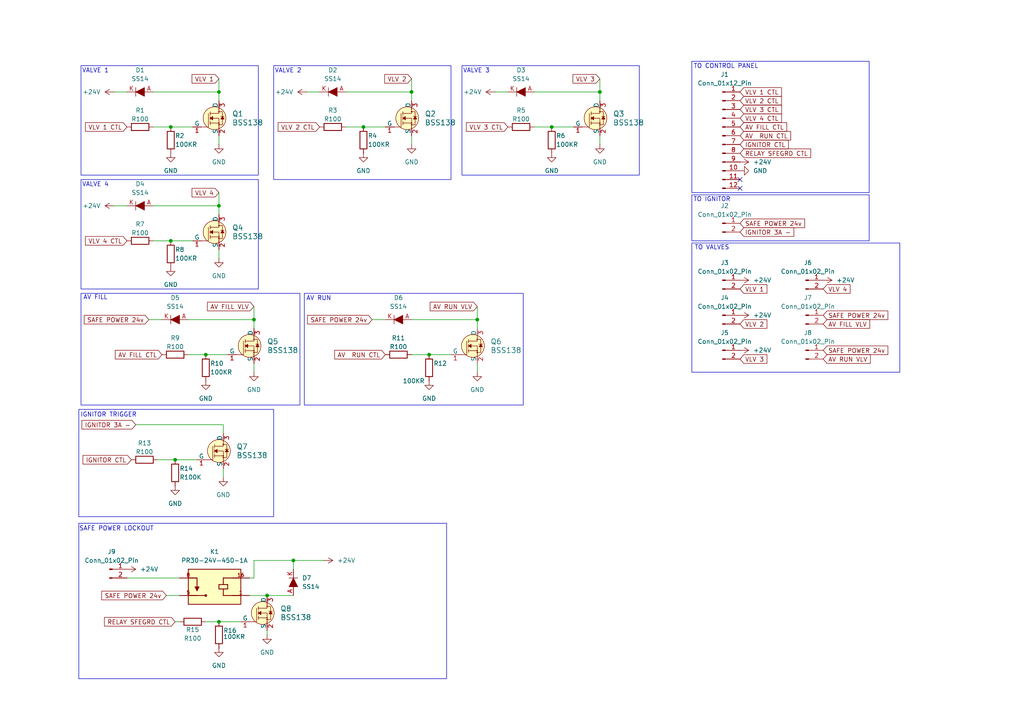
<source format=kicad_sch>
(kicad_sch (version 20250114) (generator "eeschema") (generator_version "9.0")
  (paper "A4")
  (lib_symbols
    (symbol "Connector:Conn_01x02_Pin" (pin_names (offset 1.016) (hide yes))
      (property "Reference" "J" (at 0 2.54 0))
      (property "Value" "Conn_01x02_Pin" (at 0 -5.08 0))
      (symbol "Conn_01x02_Pin_1_1"
        (rectangle (start 0.8636 0.127) (end 0 -0.127) (stroke (width 0.1524)) (fill (type outline)))
        (rectangle (start 0.8636 -2.413) (end 0 -2.667) (stroke (width 0.1524)) (fill (type outline)))
        (polyline (pts (xy 1.27 0) (xy 0.8636 0)) (stroke (width 0.1524)))
        (polyline (pts (xy 1.27 -2.54) (xy 0.8636 -2.54)) (stroke (width 0.1524)))
        (pin passive line (at 5.08 0 180) (length 3.81) (name "Pin_1") (number "1"))
        (pin passive line (at 5.08 -2.54 180) (length 3.81) (name "Pin_2") (number "2"))
      )
    )
    (symbol "Connector:Conn_01x12_Pin" (pin_names (offset 1.016) (hide yes))
      (property "Reference" "J" (at 0 15.24 0))
      (property "Value" "Conn_01x12_Pin" (at 0 -17.78 0))
      (symbol "Conn_01x12_Pin_1_1"
        (rectangle (start 0.8636 12.827) (end 0 12.573) (stroke (width 0.1524)) (fill (type outline)))
        (rectangle (start 0.8636 10.287) (end 0 10.033) (stroke (width 0.1524)) (fill (type outline)))
        (rectangle (start 0.8636 7.747) (end 0 7.493) (stroke (width 0.1524)) (fill (type outline)))
        (rectangle (start 0.8636 5.207) (end 0 4.953) (stroke (width 0.1524)) (fill (type outline)))
        (rectangle (start 0.8636 2.667) (end 0 2.413) (stroke (width 0.1524)) (fill (type outline)))
        (rectangle (start 0.8636 0.127) (end 0 -0.127) (stroke (width 0.1524)) (fill (type outline)))
        (rectangle (start 0.8636 -2.413) (end 0 -2.667) (stroke (width 0.1524)) (fill (type outline)))
        (rectangle (start 0.8636 -4.953) (end 0 -5.207) (stroke (width 0.1524)) (fill (type outline)))
        (rectangle (start 0.8636 -7.493) (end 0 -7.747) (stroke (width 0.1524)) (fill (type outline)))
        (rectangle (start 0.8636 -10.033) (end 0 -10.287) (stroke (width 0.1524)) (fill (type outline)))
        (rectangle (start 0.8636 -12.573) (end 0 -12.827) (stroke (width 0.1524)) (fill (type outline)))
        (rectangle (start 0.8636 -15.113) (end 0 -15.367) (stroke (width 0.1524)) (fill (type outline)))
        (polyline (pts (xy 1.27 12.7) (xy 0.8636 12.7)) (stroke (width 0.1524)))
        (polyline (pts (xy 1.27 10.16) (xy 0.8636 10.16)) (stroke (width 0.1524)))
        (polyline (pts (xy 1.27 7.62) (xy 0.8636 7.62)) (stroke (width 0.1524)))
        (polyline (pts (xy 1.27 5.08) (xy 0.8636 5.08)) (stroke (width 0.1524)))
        (polyline (pts (xy 1.27 2.54) (xy 0.8636 2.54)) (stroke (width 0.1524)))
        (polyline (pts (xy 1.27 0) (xy 0.8636 0)) (stroke (width 0.1524)))
        (polyline (pts (xy 1.27 -2.54) (xy 0.8636 -2.54)) (stroke (width 0.1524)))
        (polyline (pts (xy 1.27 -5.08) (xy 0.8636 -5.08)) (stroke (width 0.1524)))
        (polyline (pts (xy 1.27 -7.62) (xy 0.8636 -7.62)) (stroke (width 0.1524)))
        (polyline (pts (xy 1.27 -10.16) (xy 0.8636 -10.16)) (stroke (width 0.1524)))
        (polyline (pts (xy 1.27 -12.7) (xy 0.8636 -12.7)) (stroke (width 0.1524)))
        (polyline (pts (xy 1.27 -15.24) (xy 0.8636 -15.24)) (stroke (width 0.1524)))
        (pin passive line (at 5.08 12.7 180) (length 3.81) (name "Pin_1") (number "1"))
        (pin passive line (at 5.08 10.16 180) (length 3.81) (name "Pin_2") (number "2"))
        (pin passive line (at 5.08 7.62 180) (length 3.81) (name "Pin_3") (number "3"))
        (pin passive line (at 5.08 5.08 180) (length 3.81) (name "Pin_4") (number "4"))
        (pin passive line (at 5.08 2.54 180) (length 3.81) (name "Pin_5") (number "5"))
        (pin passive line (at 5.08 0 180) (length 3.81) (name "Pin_6") (number "6"))
        (pin passive line (at 5.08 -2.54 180) (length 3.81) (name "Pin_7") (number "7"))
        (pin passive line (at 5.08 -5.08 180) (length 3.81) (name "Pin_8") (number "8"))
        (pin passive line (at 5.08 -7.62 180) (length 3.81) (name "Pin_9") (number "9"))
        (pin passive line (at 5.08 -10.16 180) (length 3.81) (name "Pin_10") (number "10"))
        (pin passive line (at 5.08 -12.7 180) (length 3.81) (name "Pin_11") (number "11"))
        (pin passive line (at 5.08 -15.24 180) (length 3.81) (name "Pin_12") (number "12"))
      )
    )
    (symbol "Device:R" (pin_numbers (hide yes)) (pin_names (offset 0))
      (property "Reference" "R" (at 2.032 0 90))
      (property "Value" "R" (at 0 0 90))
      (symbol "R_0_1"
        (rectangle (start -1.016 -2.54) (end 1.016 2.54) (stroke (width 0.254)))
      )
      (symbol "R_1_1"
        (pin passive line (at 0 3.81 270) (length 1.27) (name "~") (number "1"))
        (pin passive line (at 0 -3.81 90) (length 1.27) (name "~") (number "2"))
      )
    )
    (symbol "PR30-24V-450-1A:PR30-24V-450-1A" (pin_names (offset 1.016))
      (property "Reference" "K" (at -7.62 6.35 0))
      (property "Value" "PR30-24V-450-1A" (at -7.62 -7.62 0))
      (symbol "PR30-24V-450-1A_0_0"
        (polyline (pts (xy -7.62 2.54) (xy -2.54 2.54)) (stroke (width 0.254)))
        (polyline (pts (xy -7.62 -2.54) (xy -2.54 -2.54)) (stroke (width 0.254)))
        (rectangle (start -7.62 -5.08) (end 7.62 5.08) (stroke (width 0.254)) (fill (type background)))
        (polyline (pts (xy -3.81 0.635) (xy -2.54 0.635)) (stroke (width 0.254)))
        (polyline (pts (xy -3.81 -0.635) (xy -3.81 0.635)) (stroke (width 0.254)))
        (polyline (pts (xy -2.54 2.54) (xy -2.54 0.635)) (stroke (width 0.254)))
        (polyline (pts (xy -2.54 0.635) (xy -1.27 0.635)) (stroke (width 0.254)))
        (polyline (pts (xy -2.54 -0.635) (xy -3.81 -0.635)) (stroke (width 0.254)))
        (polyline (pts (xy -2.54 -0.635) (xy -2.54 -2.54)) (stroke (width 0.254)))
        (polyline (pts (xy -1.27 0.635) (xy -1.27 -0.635)) (stroke (width 0.254)))
        (polyline (pts (xy -1.27 -0.635) (xy -2.54 -0.635)) (stroke (width 0.254)))
        (circle (center 2.54 2.54) (radius 0.254) (stroke (width 0.254)))
        (polyline (pts (xy 4.445 0) (xy 5.715 0) (xy 5.08 1.27) (xy 4.445 0)) (stroke (width 0.1524)) (fill (type outline)))
        (polyline (pts (xy 5.08 -2.54) (xy 5.08 0)) (stroke (width 0.254)))
        (polyline (pts (xy 7.62 2.54) (xy 2.54 2.54)) (stroke (width 0.254)))
        (polyline (pts (xy 7.62 -2.54) (xy 5.08 -2.54)) (stroke (width 0.254)))
        (pin passive line (at -10.16 2.54 0) (length 5.08) (name "~") (number "1"))
        (pin passive line (at -10.16 -2.54 0) (length 5.08) (name "~") (number "16"))
        (pin passive line (at 10.16 2.54 180) (length 5.08) (name "~") (number "5"))
        (pin passive line (at 10.16 -2.54 180) (length 5.08) (name "~") (number "8"))
      )
    )
    (symbol "dk_Diodes-Rectifiers-Single:SS14" (pin_names (offset 1.016))
      (property "Reference" "D" (at 1.27 2.54 0))
      (property "Value" "SS14" (at 1.27 -2.54 0))
      (symbol "SS14_0_1"
        (polyline (pts (xy 0 1.27) (xy 0 -1.27)))
        (polyline (pts (xy 0 0) (xy 2.54 0)))
        (polyline (pts (xy 2.54 1.27) (xy 2.54 -1.27) (xy 0 0) (xy 2.54 1.27)) (fill (type outline)))
      )
      (symbol "SS14_1_1"
        (pin passive line (at -2.54 0 0) (length 2.54) (name "~") (number "K"))
        (pin passive line (at 5.08 0 180) (length 2.54) (name "~") (number "A"))
      )
    )
    (symbol "dk_Transistors-FETs-MOSFETs-Single:BSS138" (pin_names (offset 0))
      (property "Reference" "Q" (at -2.6924 3.6322 0))
      (property "Value" "BSS138" (at 3.4544 0 90))
      (symbol "BSS138_0_1"
        (polyline (pts (xy -5.08 -2.54) (xy -3.048 -2.54) (xy -3.048 1.397)))
        (circle (center -1.27 0) (radius 3.302) (fill (type background)))
        (polyline (pts (xy -0.127 -1.905) (xy 1.016 -1.905) (xy 1.016 1.397) (xy 1.016 1.905) (xy -0.127 1.905)))
        (polyline (pts (xy 0 2.54) (xy 0 1.397) (xy -2.54 1.397)))
        (circle (center 0 1.905) (radius 0.127))
        (polyline (pts (xy 0 -1.397) (xy -2.54 -1.397)))
        (circle (center 0 -1.397) (radius 0.127))
        (circle (center 0 -1.905) (radius 0.127))
        (polyline (pts (xy 0 -2.54) (xy 0 0) (xy -2.54 0)))
      )
      (symbol "BSS138_1_1"
        (polyline (pts (xy -2.54 1.905) (xy -2.54 0.889)))
        (polyline (pts (xy -2.54 0) (xy -2.54 0.508)))
        (polyline (pts (xy -2.54 0) (xy -2.54 -0.508)))
        (polyline (pts (xy -2.54 0) (xy -1.778 0.508) (xy -1.778 -0.508) (xy -2.54 0)) (fill (type outline)))
        (polyline (pts (xy -2.54 -1.397) (xy -2.54 -0.889)))
        (polyline (pts (xy -2.54 -1.397) (xy -2.54 -1.905)))
        (polyline (pts (xy 1.016 0.508) (xy 0.508 -0.254) (xy 1.524 -0.254) (xy 1.016 0.508)) (fill (type outline)))
        (polyline (pts (xy 1.524 0.508) (xy 0.508 0.508)))
        (pin bidirectional line (at -7.62 -2.54 0) (length 2.54) (name "G") (number "1"))
        (pin bidirectional line (at 0 5.08 270) (length 2.54) (name "D") (number "3"))
        (pin bidirectional line (at 0 -5.08 90) (length 2.54) (name "S") (number "2"))
      )
    )
    (symbol "power:+24V" (power) (pin_numbers (hide yes)) (pin_names (offset 0) (hide yes))
      (property "Value" "+24V" (at 0 3.556 0))
      (symbol "+24V_0_1"
        (polyline (pts (xy -0.762 1.27) (xy 0 2.54)))
        (polyline (pts (xy 0 2.54) (xy 0.762 1.27)))
        (polyline (pts (xy 0 0) (xy 0 2.54)))
      )
      (symbol "+24V_1_1"
        (pin power_in line (at 0 0 90) (length 0) (name "~") (number "1"))
      )
    )
    (symbol "power:GND" (power) (pin_numbers (hide yes)) (pin_names (offset 0) (hide yes))
      (property "Value" "GND" (at 0 -3.81 0))
      (symbol "GND_0_1"
        (polyline (pts (xy 0 0) (xy 0 -1.27) (xy 1.27 -1.27) (xy 0 -2.54) (xy -1.27 -1.27) (xy 0 -1.27)))
      )
      (symbol "GND_1_1"
        (pin power_in line (at 0 0 270) (length 0) (name "~") (number "1"))
      )
    )
  )
  (rectangle (start 79.375 19.05) (end 130.81 52.07))
  (rectangle (start 22.86 118.745) (end 79.375 149.86))
  (rectangle (start 22.86 151.765) (end 129.54 196.85))
  (rectangle (start 88.265 85.09) (end 151.765 117.475))
  (rectangle (start 23.495 19.05) (end 74.93 50.8))
  (rectangle (start 23.495 85.09) (end 86.995 117.475))
  (rectangle (start 133.985 19.05) (end 185.42 50.8))
  (rectangle (start 200.66 17.78) (end 252.095 55.88))
  (rectangle (start 23.495 52.07) (end 74.93 83.82))
  (rectangle (start 200.66 56.515) (end 252.095 69.85))
  (rectangle (start 200.66 70.485) (end 260.985 107.95))
  (text "AV RUN" (at 92.456 86.614 0) (effects (font (size 1.27 1.27))))
  (text "VALVE 2\n" (at 83.566 20.574 0) (effects (font (size 1.27 1.27))))
  (text "TO VALVES" (at 206.502 71.882 0) (effects (font (size 1.27 1.27))))
  (text "VALVE 3\n" (at 138.176 20.574 0) (effects (font (size 1.27 1.27))))
  (text "SAFE POWER LOCKOUT\n" (at 33.782 153.416 0) (effects (font (size 1.27 1.27))))
  (text "IGNITOR TRIGGER" (at 31.496 120.396 0) (effects (font (size 1.27 1.27))))
  (text "AV FILL\n" (at 27.686 86.36 0) (effects (font (size 1.27 1.27))))
  (text "VALVE 1\n" (at 27.686 20.574 0) (effects (font (size 1.27 1.27))))
  (text "TO CONTROL PANEL\n" (at 210.566 19.304 0) (effects (font (size 1.27 1.27))))
  (text "VALVE 4\n" (at 27.686 53.594 0) (effects (font (size 1.27 1.27))))
  (text "TO IGNITOR\n" (at 206.502 57.912 0) (effects (font (size 1.27 1.27))))
  (junction (at 63.5 26.67))
  (junction (at 50.8 133.35))
  (junction (at 59.69 102.87))
  (junction (at 63.5 59.69))
  (junction (at 124.46 102.87))
  (junction (at 49.53 69.85))
  (junction (at 49.53 36.83))
  (junction (at 138.43 92.71))
  (junction (at 73.66 92.71))
  (junction (at 173.99 26.67))
  (junction (at 85.09 162.56))
  (junction (at 63.5 180.34))
  (junction (at 119.38 26.67))
  (junction (at 77.47 172.72))
  (junction (at 105.41 36.83))
  (junction (at 160.02 36.83))
  (no_connect (at 214.63 54.61))
  (no_connect (at 214.63 52.07))
  (wire (pts (xy 44.45 59.69) (xy 63.5 59.69)))
  (wire (pts (xy 73.66 92.71) (xy 73.66 95.25)))
  (wire (pts (xy 138.43 88.9) (xy 138.43 92.71)))
  (wire (pts (xy 39.37 123.19) (xy 64.77 123.19)))
  (wire (pts (xy 88.9 26.67) (xy 92.71 26.67)))
  (wire (pts (xy 49.53 69.85) (xy 55.88 69.85)))
  (wire (pts (xy 43.18 92.71) (xy 46.99 92.71)))
  (wire (pts (xy 173.99 22.86) (xy 173.99 26.67)))
  (wire (pts (xy 107.95 92.71) (xy 111.76 92.71)))
  (wire (pts (xy 93.98 162.56) (xy 85.09 162.56)))
  (wire (pts (xy 64.77 135.89) (xy 64.77 138.43)))
  (wire (pts (xy 160.02 36.83) (xy 166.37 36.83)))
  (wire (pts (xy 154.94 36.83) (xy 160.02 36.83)))
  (wire (pts (xy 63.5 26.67) (xy 63.5 29.21)))
  (wire (pts (xy 44.45 69.85) (xy 49.53 69.85)))
  (wire (pts (xy 173.99 26.67) (xy 173.99 29.21)))
  (wire (pts (xy 119.38 26.67) (xy 119.38 29.21)))
  (wire (pts (xy 63.5 39.37) (xy 63.5 41.91)))
  (wire (pts (xy 54.61 92.71) (xy 73.66 92.71)))
  (wire (pts (xy 124.46 102.87) (xy 130.81 102.87)))
  (wire (pts (xy 100.33 26.67) (xy 119.38 26.67)))
  (wire (pts (xy 154.94 26.67) (xy 173.99 26.67)))
  (wire (pts (xy 77.47 182.88) (xy 77.47 184.15)))
  (wire (pts (xy 138.43 105.41) (xy 138.43 107.95)))
  (wire (pts (xy 36.83 167.64) (xy 52.07 167.64)))
  (wire (pts (xy 44.45 36.83) (xy 49.53 36.83)))
  (wire (pts (xy 119.38 102.87) (xy 124.46 102.87)))
  (wire (pts (xy 33.02 26.67) (xy 36.83 26.67)))
  (wire (pts (xy 48.26 172.72) (xy 52.07 172.72)))
  (wire (pts (xy 138.43 92.71) (xy 138.43 95.25)))
  (wire (pts (xy 119.38 22.86) (xy 119.38 26.67)))
  (wire (pts (xy 50.8 133.35) (xy 57.15 133.35)))
  (wire (pts (xy 54.61 102.87) (xy 59.69 102.87)))
  (wire (pts (xy 73.66 88.9) (xy 73.66 92.71)))
  (wire (pts (xy 77.47 172.72) (xy 85.09 172.72)))
  (wire (pts (xy 44.45 26.67) (xy 63.5 26.67)))
  (wire (pts (xy 72.39 172.72) (xy 77.47 172.72)))
  (wire (pts (xy 143.51 26.67) (xy 147.32 26.67)))
  (wire (pts (xy 63.5 180.34) (xy 69.85 180.34)))
  (wire (pts (xy 45.72 133.35) (xy 50.8 133.35)))
  (wire (pts (xy 52.07 180.34) (xy 50.8 180.34)))
  (wire (pts (xy 59.69 102.87) (xy 66.04 102.87)))
  (wire (pts (xy 173.99 39.37) (xy 173.99 41.91)))
  (wire (pts (xy 33.02 59.69) (xy 36.83 59.69)))
  (wire (pts (xy 85.09 162.56) (xy 85.09 165.1)))
  (wire (pts (xy 64.77 123.19) (xy 64.77 125.73)))
  (wire (pts (xy 119.38 92.71) (xy 138.43 92.71)))
  (wire (pts (xy 100.33 36.83) (xy 105.41 36.83)))
  (wire (pts (xy 49.53 36.83) (xy 55.88 36.83)))
  (wire (pts (xy 73.66 105.41) (xy 73.66 107.95)))
  (wire (pts (xy 85.09 162.56) (xy 73.66 162.56)))
  (wire (pts (xy 119.38 39.37) (xy 119.38 41.91)))
  (wire (pts (xy 73.66 167.64) (xy 72.39 167.64)))
  (wire (pts (xy 105.41 36.83) (xy 111.76 36.83)))
  (wire (pts (xy 63.5 59.69) (xy 63.5 62.23)))
  (wire (pts (xy 63.5 22.86) (xy 63.5 26.67)))
  (wire (pts (xy 59.69 180.34) (xy 63.5 180.34)))
  (wire (pts (xy 63.5 55.88) (xy 63.5 59.69)))
  (wire (pts (xy 73.66 162.56) (xy 73.66 167.64)))
  (wire (pts (xy 63.5 72.39) (xy 63.5 74.93)))
  (global_label "VLV 2" (shape input) (at 119.38 22.86 180) (property "Intersheetrefs" "${INTERSHEET_REFS}" (effects (hide yes))))
  (global_label "VLV 4" (shape input) (at 238.76 83.82 0) (property "Intersheetrefs" "${INTERSHEET_REFS}" (effects (hide yes))))
  (global_label "SAFE POWER 24v" (shape input) (at 107.95 92.71 180) (property "Intersheetrefs" "${INTERSHEET_REFS}" (effects (hide yes))))
  (global_label "VLV 3" (shape input) (at 173.99 22.86 180) (property "Intersheetrefs" "${INTERSHEET_REFS}" (effects (hide yes))))
  (global_label "AV RUN VLV" (shape input) (at 238.76 104.14 0) (property "Intersheetrefs" "${INTERSHEET_REFS}" (effects (hide yes))))
  (global_label "VLV 2 CTL" (shape input) (at 214.63 29.21 0) (property "Intersheetrefs" "${INTERSHEET_REFS}" (effects (hide yes))))
  (global_label "AV  RUN CTL" (shape input) (at 214.63 39.37 0) (property "Intersheetrefs" "${INTERSHEET_REFS}" (effects (hide yes))))
  (global_label "AV RUN VLV" (shape input) (at 138.43 88.9 180) (property "Intersheetrefs" "${INTERSHEET_REFS}" (effects (hide yes))))
  (global_label "VLV 3" (shape input) (at 214.63 104.14 0) (property "Intersheetrefs" "${INTERSHEET_REFS}" (effects (hide yes))))
  (global_label "VLV 4 CTL" (shape input) (at 36.83 69.85 180) (property "Intersheetrefs" "${INTERSHEET_REFS}" (effects (hide yes))))
  (global_label "IGNITOR CTL" (shape input) (at 38.1 133.35 180) (property "Intersheetrefs" "${INTERSHEET_REFS}" (effects (hide yes))))
  (global_label "RELAY SFEGRD CTL" (shape input) (at 50.8 180.34 180) (property "Intersheetrefs" "${INTERSHEET_REFS}" (effects (hide yes))))
  (global_label "SAFE POWER 24v" (shape input) (at 48.26 172.72 180) (property "Intersheetrefs" "${INTERSHEET_REFS}" (effects (hide yes))))
  (global_label "VLV 4 CTL" (shape input) (at 214.63 34.29 0) (property "Intersheetrefs" "${INTERSHEET_REFS}" (effects (hide yes))))
  (global_label "IGNITOR 3A -" (shape input) (at 39.37 123.19 180) (property "Intersheetrefs" "${INTERSHEET_REFS}" (effects (hide yes))))
  (global_label "VLV 1 CTL" (shape input) (at 214.63 26.67 0) (property "Intersheetrefs" "${INTERSHEET_REFS}" (effects (hide yes))))
  (global_label "VLV 2" (shape input) (at 214.63 93.98 0) (property "Intersheetrefs" "${INTERSHEET_REFS}" (effects (hide yes))))
  (global_label "VLV 1 CTL" (shape input) (at 36.83 36.83 180) (property "Intersheetrefs" "${INTERSHEET_REFS}" (effects (hide yes))))
  (global_label "AV FILL CTL" (shape input) (at 214.63 36.83 0) (property "Intersheetrefs" "${INTERSHEET_REFS}" (effects (hide yes))))
  (global_label "SAFE POWER 24v" (shape input) (at 238.76 91.44 0) (property "Intersheetrefs" "${INTERSHEET_REFS}" (effects (hide yes))))
  (global_label "AV FILL VLV" (shape input) (at 238.76 93.98 0) (property "Intersheetrefs" "${INTERSHEET_REFS}" (effects (hide yes))))
  (global_label "SAFE POWER 24v" (shape input) (at 214.63 64.77 0) (property "Intersheetrefs" "${INTERSHEET_REFS}" (effects (hide yes))))
  (global_label "VLV 3 CTL" (shape input) (at 147.32 36.83 180) (property "Intersheetrefs" "${INTERSHEET_REFS}" (effects (hide yes))))
  (global_label "IGNITOR CTL" (shape input) (at 214.63 41.91 0) (property "Intersheetrefs" "${INTERSHEET_REFS}" (effects (hide yes))))
  (global_label "VLV 2 CTL" (shape input) (at 92.71 36.83 180) (property "Intersheetrefs" "${INTERSHEET_REFS}" (effects (hide yes))))
  (global_label "AV  RUN CTL" (shape input) (at 111.76 102.87 180) (property "Intersheetrefs" "${INTERSHEET_REFS}" (effects (hide yes))))
  (global_label "VLV 1" (shape input) (at 63.5 22.86 180) (property "Intersheetrefs" "${INTERSHEET_REFS}" (effects (hide yes))))
  (global_label "AV FILL CTL" (shape input) (at 46.99 102.87 180) (property "Intersheetrefs" "${INTERSHEET_REFS}" (effects (hide yes))))
  (global_label "SAFE POWER 24v" (shape input) (at 43.18 92.71 180) (property "Intersheetrefs" "${INTERSHEET_REFS}" (effects (hide yes))))
  (global_label "IGNITOR 3A -" (shape input) (at 214.63 67.31 0) (property "Intersheetrefs" "${INTERSHEET_REFS}" (effects (hide yes))))
  (global_label "RELAY SFEGRD CTL" (shape input) (at 214.63 44.45 0) (property "Intersheetrefs" "${INTERSHEET_REFS}" (effects (hide yes))))
  (global_label "SAFE POWER 24v" (shape input) (at 238.76 101.6 0) (property "Intersheetrefs" "${INTERSHEET_REFS}" (effects (hide yes))))
  (global_label "VLV 3 CTL" (shape input) (at 214.63 31.75 0) (property "Intersheetrefs" "${INTERSHEET_REFS}" (effects (hide yes))))
  (global_label "VLV 1" (shape input) (at 214.63 83.82 0) (property "Intersheetrefs" "${INTERSHEET_REFS}" (effects (hide yes))))
  (global_label "AV FILL VLV" (shape input) (at 73.66 88.9 180) (property "Intersheetrefs" "${INTERSHEET_REFS}" (effects (hide yes))))
  (global_label "VLV 4" (shape input) (at 63.5 55.88 180) (property "Intersheetrefs" "${INTERSHEET_REFS}" (effects (hide yes))))
  (symbol (lib_id "dk_Diodes-Rectifiers-Single:SS14") (at 49.53 92.71 0) (unit 1)
    (property "Reference" "D5" (at 50.8 86.36 0))
    (property "Value" "SS14" (at 50.8 88.9 0))
    (property "Footprint" "digikey-footprints:DO-214AC" (effects (hide yes)))
    (property "Datasheet" "https://www.onsemi.com/pub/Collateral/SS19-D.PDF" (effects (hide yes)))
    (property "Description" "DIODE SCHOTTKY 40V 1A SMA" (effects (hide yes)))
    (property "Digi-Key_PN" "SS14CT-ND" (effects (hide yes)))
    (property "MPN" "SS14" (effects (hide yes)))
    (property "Category" "Discrete Semiconductor Products" (effects (hide yes)))
    (property "Family" "Diodes - Rectifiers - Single" (effects (hide yes)))
    (property "DK_Datasheet_Link" "https://www.onsemi.com/pub/Collateral/SS19-D.PDF" (effects (hide yes)))
    (property "DK_Detail_Page" "/product-detail/en/on-semiconductor/SS14/SS14CT-ND/965729" (effects (hide yes)))
    (property "Description_1" "DIODE SCHOTTKY 40V 1A SMA" (effects (hide yes)))
    (property "Manufacturer" "ON Semiconductor" (effects (hide yes)))
    (property "Status" "Active" (effects (hide yes)))
  )
  (symbol (lib_id "power:+24V") (at 93.98 162.56 270) (unit 1)
    (property "Reference" "#PWR024" (effects (hide yes)))
    (property "Value" "+24V" (at 97.79 162.5599 90) (effects (justify left)))
    (property "Description" "Power symbol creates a global label with name \"+24V\"" (effects (hide yes)))
  )
  (symbol (lib_id "Device:R") (at 40.64 36.83 90) (unit 1)
    (property "Reference" "R1" (at 40.64 32.004 90))
    (property "Value" "R100" (at 40.64 34.544 90))
    (property "Footprint" "PCM_JLCPCB:R_0805" (effects (hide yes)))
    (property "Description" "Resistor" (effects (hide yes)))
  )
  (symbol (lib_id "power:+24V") (at 33.02 26.67 90) (unit 1)
    (property "Reference" "#PWR02" (effects (hide yes)))
    (property "Value" "+24V" (at 29.21 26.6699 90) (effects (justify left)))
    (property "Description" "Power symbol creates a global label with name \"+24V\"" (effects (hide yes)))
  )
  (symbol (lib_id "dk_Diodes-Rectifiers-Single:SS14") (at 149.86 26.67 0) (unit 1)
    (property "Reference" "D3" (at 151.13 20.32 0))
    (property "Value" "SS14" (at 151.13 22.86 0))
    (property "Footprint" "digikey-footprints:DO-214AC" (effects (hide yes)))
    (property "Datasheet" "https://www.onsemi.com/pub/Collateral/SS19-D.PDF" (effects (hide yes)))
    (property "Description" "DIODE SCHOTTKY 40V 1A SMA" (effects (hide yes)))
    (property "Digi-Key_PN" "SS14CT-ND" (effects (hide yes)))
    (property "MPN" "SS14" (effects (hide yes)))
    (property "Category" "Discrete Semiconductor Products" (effects (hide yes)))
    (property "Family" "Diodes - Rectifiers - Single" (effects (hide yes)))
    (property "DK_Datasheet_Link" "https://www.onsemi.com/pub/Collateral/SS19-D.PDF" (effects (hide yes)))
    (property "DK_Detail_Page" "/product-detail/en/on-semiconductor/SS14/SS14CT-ND/965729" (effects (hide yes)))
    (property "Description_1" "DIODE SCHOTTKY 40V 1A SMA" (effects (hide yes)))
    (property "Manufacturer" "ON Semiconductor" (effects (hide yes)))
    (property "Status" "Active" (effects (hide yes)))
  )
  (symbol (lib_id "dk_Transistors-FETs-MOSFETs-Single:BSS138") (at 173.99 34.29 0) (unit 1)
    (property "Reference" "Q3" (at 177.8 33.0199 0) (effects (font (size 1.524 1.524)) (justify left)))
    (property "Value" "BSS138" (at 177.8 35.5599 0) (effects (font (size 1.524 1.524)) (justify left)))
    (property "Footprint" "digikey-footprints:SOT-23-3" (effects (hide yes)))
    (property "Datasheet" "https://www.onsemi.com/pub/Collateral/BSS138-D.PDF" (effects (hide yes)))
    (property "Description" "MOSFET N-CH 50V 220MA SOT-23" (effects (hide yes)))
    (property "Digi-Key_PN" "BSS138CT-ND" (effects (hide yes)))
    (property "MPN" "BSS138" (effects (hide yes)))
    (property "Category" "Discrete Semiconductor Products" (effects (hide yes)))
    (property "Family" "Transistors - FETs, MOSFETs - Single" (effects (hide yes)))
    (property "DK_Datasheet_Link" "https://www.onsemi.com/pub/Collateral/BSS138-D.PDF" (effects (hide yes)))
    (property "DK_Detail_Page" "/product-detail/en/on-semiconductor/BSS138/BSS138CT-ND/244294" (effects (hide yes)))
    (property "Description_1" "MOSFET N-CH 50V 220MA SOT-23" (effects (hide yes)))
    (property "Manufacturer" "ON Semiconductor" (effects (hide yes)))
    (property "Status" "Active" (effects (hide yes)))
  )
  (symbol (lib_id "power:+24V") (at 33.02 59.69 90) (unit 1)
    (property "Reference" "#PWR07" (effects (hide yes)))
    (property "Value" "+24V" (at 29.21 59.6899 90) (effects (justify left)))
    (property "Description" "Power symbol creates a global label with name \"+24V\"" (effects (hide yes)))
  )
  (symbol (lib_id "power:+24V") (at 36.83 165.1 270) (unit 1)
    (property "Reference" "#PWR011" (effects (hide yes)))
    (property "Value" "+24V" (at 40.64 165.0999 90) (effects (justify left)))
    (property "Description" "Power symbol creates a global label with name \"+24V\"" (effects (hide yes)))
  )
  (symbol (lib_id "Connector:Conn_01x02_Pin") (at 31.75 165.1 0) (unit 1)
    (property "Reference" "J9" (at 32.385 160.02 0))
    (property "Value" "Conn_01x02_Pin" (at 32.385 162.56 0))
    (property "Footprint" "Connector_Phoenix_MSTB:PhoenixContact_MSTBA_2,5_2-G-5,08_1x02_P5.08mm_Horizontal" (effects (hide yes)))
    (property "Description" "Generic connector, single row, 01x02, script generated" (effects (hide yes)))
  )
  (symbol (lib_id "Device:R") (at 96.52 36.83 90) (unit 1)
    (property "Reference" "R3" (at 96.52 32.004 90))
    (property "Value" "R100" (at 96.52 34.544 90))
    (property "Footprint" "PCM_JLCPCB:R_0805" (effects (hide yes)))
    (property "Description" "Resistor" (effects (hide yes)))
  )
  (symbol (lib_id "Device:R") (at 115.57 102.87 90) (unit 1)
    (property "Reference" "R11" (at 115.57 98.044 90))
    (property "Value" "R100" (at 115.57 100.584 90))
    (property "Footprint" "PCM_JLCPCB:R_0805" (effects (hide yes)))
    (property "Description" "Resistor" (effects (hide yes)))
  )
  (symbol (lib_id "Device:R") (at 50.8 102.87 90) (unit 1)
    (property "Reference" "R9" (at 50.8 98.044 90))
    (property "Value" "R100" (at 50.8 100.584 90))
    (property "Footprint" "PCM_JLCPCB:R_0805" (effects (hide yes)))
    (property "Description" "Resistor" (effects (hide yes)))
  )
  (symbol (lib_id "power:+24V") (at 143.51 26.67 90) (unit 1)
    (property "Reference" "#PWR05" (effects (hide yes)))
    (property "Value" "+24V" (at 139.7 26.6699 90) (effects (justify left)))
    (property "Description" "Power symbol creates a global label with name \"+24V\"" (effects (hide yes)))
  )
  (symbol (lib_id "power:GND") (at 124.46 110.49 0) (unit 1)
    (property "Reference" "#PWR019" (effects (hide yes)))
    (property "Value" "GND" (at 124.46 115.57 0))
    (property "Description" "Power symbol creates a global label with name \"GND\" , ground" (effects (hide yes)))
  )
  (symbol (lib_id "power:GND") (at 214.63 49.53 90) (unit 1)
    (property "Reference" "#PWR028" (effects (hide yes)))
    (property "Value" "GND" (at 218.44 49.5299 90) (effects (justify right)))
    (property "Description" "Power symbol creates a global label with name \"GND\" , ground" (effects (hide yes)))
  )
  (symbol (lib_id "Device:R") (at 151.13 36.83 90) (unit 1)
    (property "Reference" "R5" (at 151.13 32.004 90))
    (property "Value" "R100" (at 151.13 34.544 90))
    (property "Footprint" "PCM_JLCPCB:R_0805" (effects (hide yes)))
    (property "Description" "Resistor" (effects (hide yes)))
  )
  (symbol (lib_id "Device:R") (at 63.5 184.15 180) (unit 1)
    (property "Reference" "R16" (at 64.77 182.88 0) (effects (justify right)))
    (property "Value" "100KR" (at 71.12 184.658 0) (effects (justify left)))
    (property "Footprint" "Resistor_SMD:R_0402_1005Metric" (effects (hide yes)))
    (property "Description" "Resistor" (effects (hide yes)))
  )
  (symbol (lib_id "power:GND") (at 160.02 44.45 0) (unit 1)
    (property "Reference" "#PWR017" (effects (hide yes)))
    (property "Value" "GND" (at 160.02 49.53 0))
    (property "Description" "Power symbol creates a global label with name \"GND\" , ground" (effects (hide yes)))
  )
  (symbol (lib_id "Device:R") (at 59.69 106.68 180) (unit 1)
    (property "Reference" "R10" (at 60.96 105.41 0) (effects (justify right)))
    (property "Value" "100KR" (at 60.96 107.95 0) (effects (justify right)))
    (property "Footprint" "Resistor_SMD:R_0402_1005Metric" (effects (hide yes)))
    (property "Description" "Resistor" (effects (hide yes)))
  )
  (symbol (lib_id "power:GND") (at 59.69 110.49 0) (unit 1)
    (property "Reference" "#PWR09" (effects (hide yes)))
    (property "Value" "GND" (at 59.69 115.57 0))
    (property "Description" "Power symbol creates a global label with name \"GND\" , ground" (effects (hide yes)))
  )
  (symbol (lib_id "Device:R") (at 40.64 69.85 90) (unit 1)
    (property "Reference" "R7" (at 40.64 65.024 90))
    (property "Value" "R100" (at 40.64 67.564 90))
    (property "Footprint" "PCM_JLCPCB:R_0805" (effects (hide yes)))
    (property "Description" "Resistor" (effects (hide yes)))
  )
  (symbol (lib_id "Device:R") (at 49.53 73.66 180) (unit 1)
    (property "Reference" "R8" (at 50.8 72.39 0) (effects (justify right)))
    (property "Value" "100KR" (at 50.8 74.93 0) (effects (justify right)))
    (property "Footprint" "Resistor_SMD:R_0402_1005Metric" (effects (hide yes)))
    (property "Description" "Resistor" (effects (hide yes)))
  )
  (symbol (lib_id "power:+24V") (at 214.63 101.6 270) (unit 1)
    (property "Reference" "#PWR022" (effects (hide yes)))
    (property "Value" "+24V" (at 218.44 101.5999 90) (effects (justify left)))
    (property "Description" "Power symbol creates a global label with name \"+24V\"" (effects (hide yes)))
  )
  (symbol (lib_id "Device:R") (at 49.53 40.64 180) (unit 1)
    (property "Reference" "R2" (at 50.8 39.37 0) (effects (justify right)))
    (property "Value" "100KR" (at 50.8 41.91 0) (effects (justify right)))
    (property "Footprint" "Resistor_SMD:R_0402_1005Metric" (effects (hide yes)))
    (property "Description" "Resistor" (effects (hide yes)))
  )
  (symbol (lib_id "Connector:Conn_01x02_Pin") (at 209.55 64.77 0) (unit 1)
    (property "Reference" "J2" (at 210.185 59.69 0))
    (property "Value" "Conn_01x02_Pin" (at 210.185 62.23 0))
    (property "Footprint" "Connector_Phoenix_MSTB:PhoenixContact_MSTBA_2,5_2-G-5,08_1x02_P5.08mm_Horizontal" (effects (hide yes)))
    (property "Description" "Generic connector, single row, 01x02, script generated" (effects (hide yes)))
  )
  (symbol (lib_id "dk_Diodes-Rectifiers-Single:SS14") (at 39.37 26.67 0) (unit 1)
    (property "Reference" "D1" (at 40.64 20.32 0))
    (property "Value" "SS14" (at 40.64 22.86 0))
    (property "Footprint" "digikey-footprints:DO-214AC" (effects (hide yes)))
    (property "Datasheet" "https://www.onsemi.com/pub/Collateral/SS19-D.PDF" (effects (hide yes)))
    (property "Description" "DIODE SCHOTTKY 40V 1A SMA" (effects (hide yes)))
    (property "Digi-Key_PN" "SS14CT-ND" (effects (hide yes)))
    (property "MPN" "SS14" (effects (hide yes)))
    (property "Category" "Discrete Semiconductor Products" (effects (hide yes)))
    (property "Family" "Diodes - Rectifiers - Single" (effects (hide yes)))
    (property "DK_Datasheet_Link" "https://www.onsemi.com/pub/Collateral/SS19-D.PDF" (effects (hide yes)))
    (property "DK_Detail_Page" "/product-detail/en/on-semiconductor/SS14/SS14CT-ND/965729" (effects (hide yes)))
    (property "Description_1" "DIODE SCHOTTKY 40V 1A SMA" (effects (hide yes)))
    (property "Manufacturer" "ON Semiconductor" (effects (hide yes)))
    (property "Status" "Active" (effects (hide yes)))
  )
  (symbol (lib_id "power:GND") (at 64.77 138.43 0) (unit 1)
    (property "Reference" "#PWR013" (effects (hide yes)))
    (property "Value" "GND" (at 64.77 143.51 0))
    (property "Description" "Power symbol creates a global label with name \"GND\" , ground" (effects (hide yes)))
  )
  (symbol (lib_id "power:+24V") (at 214.63 81.28 270) (unit 1)
    (property "Reference" "#PWR020" (effects (hide yes)))
    (property "Value" "+24V" (at 218.44 81.2799 90) (effects (justify left)))
    (property "Description" "Power symbol creates a global label with name \"+24V\"" (effects (hide yes)))
  )
  (symbol (lib_id "power:GND") (at 77.47 184.15 0) (unit 1)
    (property "Reference" "#PWR026" (effects (hide yes)))
    (property "Value" "GND" (at 77.47 189.23 0))
    (property "Description" "Power symbol creates a global label with name \"GND\" , ground" (effects (hide yes)))
  )
  (symbol (lib_id "dk_Transistors-FETs-MOSFETs-Single:BSS138") (at 77.47 177.8 0) (unit 1)
    (property "Reference" "Q8" (at 81.28 176.5299 0) (effects (font (size 1.524 1.524)) (justify left)))
    (property "Value" "BSS138" (at 81.28 179.0699 0) (effects (font (size 1.524 1.524)) (justify left)))
    (property "Footprint" "digikey-footprints:SOT-23-3" (effects (hide yes)))
    (property "Datasheet" "https://www.onsemi.com/pub/Collateral/BSS138-D.PDF" (effects (hide yes)))
    (property "Description" "MOSFET N-CH 50V 220MA SOT-23" (effects (hide yes)))
    (property "Digi-Key_PN" "BSS138CT-ND" (effects (hide yes)))
    (property "MPN" "BSS138" (effects (hide yes)))
    (property "Category" "Discrete Semiconductor Products" (effects (hide yes)))
    (property "Family" "Transistors - FETs, MOSFETs - Single" (effects (hide yes)))
    (property "DK_Datasheet_Link" "https://www.onsemi.com/pub/Collateral/BSS138-D.PDF" (effects (hide yes)))
    (property "DK_Detail_Page" "/product-detail/en/on-semiconductor/BSS138/BSS138CT-ND/244294" (effects (hide yes)))
    (property "Description_1" "MOSFET N-CH 50V 220MA SOT-23" (effects (hide yes)))
    (property "Manufacturer" "ON Semiconductor" (effects (hide yes)))
    (property "Status" "Active" (effects (hide yes)))
  )
  (symbol (lib_id "Connector:Conn_01x02_Pin") (at 233.68 101.6 0) (unit 1)
    (property "Reference" "J8" (at 234.315 96.52 0))
    (property "Value" "Conn_01x02_Pin" (at 234.315 99.06 0))
    (property "Footprint" "Connector_Phoenix_MSTB:PhoenixContact_MSTBA_2,5_2-G-5,08_1x02_P5.08mm_Horizontal" (effects (hide yes)))
    (property "Description" "Generic connector, single row, 01x02, script generated" (effects (hide yes)))
  )
  (symbol (lib_id "Connector:Conn_01x02_Pin") (at 209.55 101.6 0) (unit 1)
    (property "Reference" "J5" (at 210.185 96.52 0))
    (property "Value" "Conn_01x02_Pin" (at 210.185 99.06 0))
    (property "Footprint" "Connector_Phoenix_MSTB:PhoenixContact_MSTBA_2,5_2-G-5,08_1x02_P5.08mm_Horizontal" (effects (hide yes)))
    (property "Description" "Generic connector, single row, 01x02, script generated" (effects (hide yes)))
  )
  (symbol (lib_id "Device:R") (at 160.02 40.64 180) (unit 1)
    (property "Reference" "R6" (at 161.29 39.37 0) (effects (justify right)))
    (property "Value" "100KR" (at 161.29 41.91 0) (effects (justify right)))
    (property "Footprint" "Resistor_SMD:R_0402_1005Metric" (effects (hide yes)))
    (property "Description" "Resistor" (effects (hide yes)))
  )
  (symbol (lib_id "Connector:Conn_01x02_Pin") (at 209.55 81.28 0) (unit 1)
    (property "Reference" "J3" (at 210.185 76.2 0))
    (property "Value" "Conn_01x02_Pin" (at 210.185 78.74 0))
    (property "Footprint" "Connector_Phoenix_MSTB:PhoenixContact_MSTBA_2,5_2-G-5,08_1x02_P5.08mm_Horizontal" (effects (hide yes)))
    (property "Description" "Generic connector, single row, 01x02, script generated" (effects (hide yes)))
  )
  (symbol (lib_id "power:GND") (at 119.38 41.91 0) (unit 1)
    (property "Reference" "#PWR04" (effects (hide yes)))
    (property "Value" "GND" (at 119.38 46.99 0))
    (property "Description" "Power symbol creates a global label with name \"GND\" , ground" (effects (hide yes)))
  )
  (symbol (lib_id "dk_Transistors-FETs-MOSFETs-Single:BSS138") (at 64.77 130.81 0) (unit 1)
    (property "Reference" "Q7" (at 68.58 129.5399 0) (effects (font (size 1.524 1.524)) (justify left)))
    (property "Value" "BSS138" (at 68.58 132.0799 0) (effects (font (size 1.524 1.524)) (justify left)))
    (property "Footprint" "digikey-footprints:SOT-23-3" (effects (hide yes)))
    (property "Datasheet" "https://www.onsemi.com/pub/Collateral/BSS138-D.PDF" (effects (hide yes)))
    (property "Description" "MOSFET N-CH 50V 220MA SOT-23" (effects (hide yes)))
    (property "Digi-Key_PN" "BSS138CT-ND" (effects (hide yes)))
    (property "MPN" "BSS138" (effects (hide yes)))
    (property "Category" "Discrete Semiconductor Products" (effects (hide yes)))
    (property "Family" "Transistors - FETs, MOSFETs - Single" (effects (hide yes)))
    (property "DK_Datasheet_Link" "https://www.onsemi.com/pub/Collateral/BSS138-D.PDF" (effects (hide yes)))
    (property "DK_Detail_Page" "/product-detail/en/on-semiconductor/BSS138/BSS138CT-ND/244294" (effects (hide yes)))
    (property "Description_1" "MOSFET N-CH 50V 220MA SOT-23" (effects (hide yes)))
    (property "Manufacturer" "ON Semiconductor" (effects (hide yes)))
    (property "Status" "Active" (effects (hide yes)))
  )
  (symbol (lib_id "power:GND") (at 73.66 107.95 0) (unit 1)
    (property "Reference" "#PWR010" (effects (hide yes)))
    (property "Value" "GND" (at 73.66 113.03 0))
    (property "Description" "Power symbol creates a global label with name \"GND\" , ground" (effects (hide yes)))
  )
  (symbol (lib_id "power:+24V") (at 214.63 91.44 270) (unit 1)
    (property "Reference" "#PWR021" (effects (hide yes)))
    (property "Value" "+24V" (at 218.44 91.4399 90) (effects (justify left)))
    (property "Description" "Power symbol creates a global label with name \"+24V\"" (effects (hide yes)))
  )
  (symbol (lib_id "dk_Diodes-Rectifiers-Single:SS14") (at 114.3 92.71 0) (unit 1)
    (property "Reference" "D6" (at 115.57 86.36 0))
    (property "Value" "SS14" (at 115.57 88.9 0))
    (property "Footprint" "digikey-footprints:DO-214AC" (effects (hide yes)))
    (property "Datasheet" "https://www.onsemi.com/pub/Collateral/SS19-D.PDF" (effects (hide yes)))
    (property "Description" "DIODE SCHOTTKY 40V 1A SMA" (effects (hide yes)))
    (property "Digi-Key_PN" "SS14CT-ND" (effects (hide yes)))
    (property "MPN" "SS14" (effects (hide yes)))
    (property "Category" "Discrete Semiconductor Products" (effects (hide yes)))
    (property "Family" "Diodes - Rectifiers - Single" (effects (hide yes)))
    (property "DK_Datasheet_Link" "https://www.onsemi.com/pub/Collateral/SS19-D.PDF" (effects (hide yes)))
    (property "DK_Detail_Page" "/product-detail/en/on-semiconductor/SS14/SS14CT-ND/965729" (effects (hide yes)))
    (property "Description_1" "DIODE SCHOTTKY 40V 1A SMA" (effects (hide yes)))
    (property "Manufacturer" "ON Semiconductor" (effects (hide yes)))
    (property "Status" "Active" (effects (hide yes)))
  )
  (symbol (lib_id "dk_Transistors-FETs-MOSFETs-Single:BSS138") (at 119.38 34.29 0) (unit 1)
    (property "Reference" "Q2" (at 123.19 33.0199 0) (effects (font (size 1.524 1.524)) (justify left)))
    (property "Value" "BSS138" (at 123.19 35.5599 0) (effects (font (size 1.524 1.524)) (justify left)))
    (property "Footprint" "digikey-footprints:SOT-23-3" (effects (hide yes)))
    (property "Datasheet" "https://www.onsemi.com/pub/Collateral/BSS138-D.PDF" (effects (hide yes)))
    (property "Description" "MOSFET N-CH 50V 220MA SOT-23" (effects (hide yes)))
    (property "Digi-Key_PN" "BSS138CT-ND" (effects (hide yes)))
    (property "MPN" "BSS138" (effects (hide yes)))
    (property "Category" "Discrete Semiconductor Products" (effects (hide yes)))
    (property "Family" "Transistors - FETs, MOSFETs - Single" (effects (hide yes)))
    (property "DK_Datasheet_Link" "https://www.onsemi.com/pub/Collateral/BSS138-D.PDF" (effects (hide yes)))
    (property "DK_Detail_Page" "/product-detail/en/on-semiconductor/BSS138/BSS138CT-ND/244294" (effects (hide yes)))
    (property "Description_1" "MOSFET N-CH 50V 220MA SOT-23" (effects (hide yes)))
    (property "Manufacturer" "ON Semiconductor" (effects (hide yes)))
    (property "Status" "Active" (effects (hide yes)))
  )
  (symbol (lib_id "dk_Transistors-FETs-MOSFETs-Single:BSS138") (at 63.5 34.29 0) (unit 1)
    (property "Reference" "Q1" (at 67.31 33.0199 0) (effects (font (size 1.524 1.524)) (justify left)))
    (property "Value" "BSS138" (at 67.31 35.5599 0) (effects (font (size 1.524 1.524)) (justify left)))
    (property "Footprint" "digikey-footprints:SOT-23-3" (effects (hide yes)))
    (property "Datasheet" "https://www.onsemi.com/pub/Collateral/BSS138-D.PDF" (effects (hide yes)))
    (property "Description" "MOSFET N-CH 50V 220MA SOT-23" (effects (hide yes)))
    (property "Digi-Key_PN" "BSS138CT-ND" (effects (hide yes)))
    (property "MPN" "BSS138" (effects (hide yes)))
    (property "Category" "Discrete Semiconductor Products" (effects (hide yes)))
    (property "Family" "Transistors - FETs, MOSFETs - Single" (effects (hide yes)))
    (property "DK_Datasheet_Link" "https://www.onsemi.com/pub/Collateral/BSS138-D.PDF" (effects (hide yes)))
    (property "DK_Detail_Page" "/product-detail/en/on-semiconductor/BSS138/BSS138CT-ND/244294" (effects (hide yes)))
    (property "Description_1" "MOSFET N-CH 50V 220MA SOT-23" (effects (hide yes)))
    (property "Manufacturer" "ON Semiconductor" (effects (hide yes)))
    (property "Status" "Active" (effects (hide yes)))
  )
  (symbol (lib_id "dk_Transistors-FETs-MOSFETs-Single:BSS138") (at 63.5 67.31 0) (unit 1)
    (property "Reference" "Q4" (at 67.31 66.0399 0) (effects (font (size 1.524 1.524)) (justify left)))
    (property "Value" "BSS138" (at 67.31 68.5799 0) (effects (font (size 1.524 1.524)) (justify left)))
    (property "Footprint" "digikey-footprints:SOT-23-3" (effects (hide yes)))
    (property "Datasheet" "https://www.onsemi.com/pub/Collateral/BSS138-D.PDF" (effects (hide yes)))
    (property "Description" "MOSFET N-CH 50V 220MA SOT-23" (effects (hide yes)))
    (property "Digi-Key_PN" "BSS138CT-ND" (effects (hide yes)))
    (property "MPN" "BSS138" (effects (hide yes)))
    (property "Category" "Discrete Semiconductor Products" (effects (hide yes)))
    (property "Family" "Transistors - FETs, MOSFETs - Single" (effects (hide yes)))
    (property "DK_Datasheet_Link" "https://www.onsemi.com/pub/Collateral/BSS138-D.PDF" (effects (hide yes)))
    (property "DK_Detail_Page" "/product-detail/en/on-semiconductor/BSS138/BSS138CT-ND/244294" (effects (hide yes)))
    (property "Description_1" "MOSFET N-CH 50V 220MA SOT-23" (effects (hide yes)))
    (property "Manufacturer" "ON Semiconductor" (effects (hide yes)))
    (property "Status" "Active" (effects (hide yes)))
  )
  (symbol (lib_id "Device:R") (at 55.88 180.34 90) (unit 1)
    (property "Reference" "R15" (at 55.88 182.626 90))
    (property "Value" "R100" (at 55.88 185.166 90))
    (property "Footprint" "PCM_JLCPCB:R_0805" (effects (hide yes)))
    (property "Description" "Resistor" (effects (hide yes)))
  )
  (symbol (lib_id "Device:R") (at 41.91 133.35 90) (unit 1)
    (property "Reference" "R13" (at 41.91 128.524 90))
    (property "Value" "R100" (at 41.91 131.064 90))
    (property "Footprint" "PCM_JLCPCB:R_0805" (effects (hide yes)))
    (property "Description" "Resistor" (effects (hide yes)))
  )
  (symbol (lib_id "power:GND") (at 105.41 44.45 0) (unit 1)
    (property "Reference" "#PWR016" (effects (hide yes)))
    (property "Value" "GND" (at 105.41 49.53 0))
    (property "Description" "Power symbol creates a global label with name \"GND\" , ground" (effects (hide yes)))
  )
  (symbol (lib_id "dk_Transistors-FETs-MOSFETs-Single:BSS138") (at 73.66 100.33 0) (unit 1)
    (property "Reference" "Q5" (at 77.47 99.0599 0) (effects (font (size 1.524 1.524)) (justify left)))
    (property "Value" "BSS138" (at 77.47 101.5999 0) (effects (font (size 1.524 1.524)) (justify left)))
    (property "Footprint" "digikey-footprints:SOT-23-3" (effects (hide yes)))
    (property "Datasheet" "https://www.onsemi.com/pub/Collateral/BSS138-D.PDF" (effects (hide yes)))
    (property "Description" "MOSFET N-CH 50V 220MA SOT-23" (effects (hide yes)))
    (property "Digi-Key_PN" "BSS138CT-ND" (effects (hide yes)))
    (property "MPN" "BSS138" (effects (hide yes)))
    (property "Category" "Discrete Semiconductor Products" (effects (hide yes)))
    (property "Family" "Transistors - FETs, MOSFETs - Single" (effects (hide yes)))
    (property "DK_Datasheet_Link" "https://www.onsemi.com/pub/Collateral/BSS138-D.PDF" (effects (hide yes)))
    (property "DK_Detail_Page" "/product-detail/en/on-semiconductor/BSS138/BSS138CT-ND/244294" (effects (hide yes)))
    (property "Description_1" "MOSFET N-CH 50V 220MA SOT-23" (effects (hide yes)))
    (property "Manufacturer" "ON Semiconductor" (effects (hide yes)))
    (property "Status" "Active" (effects (hide yes)))
  )
  (symbol (lib_id "power:GND") (at 138.43 107.95 0) (unit 1)
    (property "Reference" "#PWR012" (effects (hide yes)))
    (property "Value" "GND" (at 138.43 113.03 0))
    (property "Description" "Power symbol creates a global label with name \"GND\" , ground" (effects (hide yes)))
  )
  (symbol (lib_id "power:+24V") (at 88.9 26.67 90) (unit 1)
    (property "Reference" "#PWR03" (effects (hide yes)))
    (property "Value" "+24V" (at 85.09 26.6699 90) (effects (justify left)))
    (property "Description" "Power symbol creates a global label with name \"+24V\"" (effects (hide yes)))
  )
  (symbol (lib_id "dk_Diodes-Rectifiers-Single:SS14") (at 39.37 59.69 0) (unit 1)
    (property "Reference" "D4" (at 40.64 53.34 0))
    (property "Value" "SS14" (at 40.64 55.88 0))
    (property "Footprint" "digikey-footprints:DO-214AC" (effects (hide yes)))
    (property "Datasheet" "https://www.onsemi.com/pub/Collateral/SS19-D.PDF" (effects (hide yes)))
    (property "Description" "DIODE SCHOTTKY 40V 1A SMA" (effects (hide yes)))
    (property "Digi-Key_PN" "SS14CT-ND" (effects (hide yes)))
    (property "MPN" "SS14" (effects (hide yes)))
    (property "Category" "Discrete Semiconductor Products" (effects (hide yes)))
    (property "Family" "Diodes - Rectifiers - Single" (effects (hide yes)))
    (property "DK_Datasheet_Link" "https://www.onsemi.com/pub/Collateral/SS19-D.PDF" (effects (hide yes)))
    (property "DK_Detail_Page" "/product-detail/en/on-semiconductor/SS14/SS14CT-ND/965729" (effects (hide yes)))
    (property "Description_1" "DIODE SCHOTTKY 40V 1A SMA" (effects (hide yes)))
    (property "Manufacturer" "ON Semiconductor" (effects (hide yes)))
    (property "Status" "Active" (effects (hide yes)))
  )
  (symbol (lib_id "Device:R") (at 50.8 137.16 180) (unit 1)
    (property "Reference" "R14" (at 52.07 135.89 0) (effects (justify right)))
    (property "Value" "R100K" (at 52.07 138.43 0) (effects (justify right)))
    (property "Footprint" "Resistor_SMD:R_0402_1005Metric" (effects (hide yes)))
    (property "Description" "Resistor" (effects (hide yes)))
  )
  (symbol (lib_id "power:GND") (at 173.99 41.91 0) (unit 1)
    (property "Reference" "#PWR06" (effects (hide yes)))
    (property "Value" "GND" (at 173.99 46.99 0))
    (property "Description" "Power symbol creates a global label with name \"GND\" , ground" (effects (hide yes)))
  )
  (symbol (lib_id "Connector:Conn_01x12_Pin") (at 209.55 39.37 0) (unit 1)
    (property "Reference" "J1" (at 210.185 21.59 0))
    (property "Value" "Conn_01x12_Pin" (at 210.185 24.13 0))
    (property "Footprint" "Connector_Phoenix_MSTB:PhoenixContact_MSTBA_2,5_12-G-5,08_1x12_P5.08mm_Horizontal" (effects (hide yes)))
    (property "Description" "Generic connector, single row, 01x12, script generated" (effects (hide yes)))
  )
  (symbol (lib_id "Connector:Conn_01x02_Pin") (at 233.68 81.28 0) (unit 1)
    (property "Reference" "J6" (at 234.315 76.2 0))
    (property "Value" "Conn_01x02_Pin" (at 234.315 78.74 0))
    (property "Footprint" "Connector_Phoenix_MSTB:PhoenixContact_MSTBA_2,5_2-G-5,08_1x02_P5.08mm_Horizontal" (effects (hide yes)))
    (property "Description" "Generic connector, single row, 01x02, script generated" (effects (hide yes)))
  )
  (symbol (lib_id "dk_Diodes-Rectifiers-Single:SS14") (at 85.09 167.64 270) (unit 1)
    (property "Reference" "D7" (at 87.63 167.6399 90) (effects (justify left)))
    (property "Value" "SS14" (at 87.63 170.1799 90) (effects (justify left)))
    (property "Footprint" "digikey-footprints:DO-214AC" (effects (hide yes)))
    (property "Datasheet" "https://www.onsemi.com/pub/Collateral/SS19-D.PDF" (effects (hide yes)))
    (property "Description" "DIODE SCHOTTKY 40V 1A SMA" (effects (hide yes)))
    (property "Digi-Key_PN" "SS14CT-ND" (effects (hide yes)))
    (property "MPN" "SS14" (effects (hide yes)))
    (property "Category" "Discrete Semiconductor Products" (effects (hide yes)))
    (property "Family" "Diodes - Rectifiers - Single" (effects (hide yes)))
    (property "DK_Datasheet_Link" "https://www.onsemi.com/pub/Collateral/SS19-D.PDF" (effects (hide yes)))
    (property "DK_Detail_Page" "/product-detail/en/on-semiconductor/SS14/SS14CT-ND/965729" (effects (hide yes)))
    (property "Description_1" "DIODE SCHOTTKY 40V 1A SMA" (effects (hide yes)))
    (property "Manufacturer" "ON Semiconductor" (effects (hide yes)))
    (property "Status" "Active" (effects (hide yes)))
  )
  (symbol (lib_id "Connector:Conn_01x02_Pin") (at 209.55 91.44 0) (unit 1)
    (property "Reference" "J4" (at 210.185 86.36 0))
    (property "Value" "Conn_01x02_Pin" (at 210.185 88.9 0))
    (property "Footprint" "Connector_Phoenix_MSTB:PhoenixContact_MSTBA_2,5_2-G-5,08_1x02_P5.08mm_Horizontal" (effects (hide yes)))
    (property "Description" "Generic connector, single row, 01x02, script generated" (effects (hide yes)))
  )
  (symbol (lib_id "Connector:Conn_01x02_Pin") (at 233.68 91.44 0) (unit 1)
    (property "Reference" "J7" (at 234.315 86.36 0))
    (property "Value" "Conn_01x02_Pin" (at 234.315 88.9 0))
    (property "Footprint" "Connector_Phoenix_MSTB:PhoenixContact_MSTBA_2,5_2-G-5,08_1x02_P5.08mm_Horizontal" (effects (hide yes)))
    (property "Description" "Generic connector, single row, 01x02, script generated" (effects (hide yes)))
  )
  (symbol (lib_id "power:GND") (at 50.8 140.97 0) (unit 1)
    (property "Reference" "#PWR014" (effects (hide yes)))
    (property "Value" "GND" (at 50.8 146.05 0))
    (property "Description" "Power symbol creates a global label with name \"GND\" , ground" (effects (hide yes)))
  )
  (symbol (lib_id "power:+24V") (at 214.63 46.99 270) (unit 1)
    (property "Reference" "#PWR027" (effects (hide yes)))
    (property "Value" "+24V" (at 218.44 46.9899 90) (effects (justify left)))
    (property "Description" "Power symbol creates a global label with name \"+24V\"" (effects (hide yes)))
  )
  (symbol (lib_id "power:GND") (at 63.5 187.96 0) (unit 1)
    (property "Reference" "#PWR025" (effects (hide yes)))
    (property "Value" "GND" (at 63.5 193.04 0))
    (property "Description" "Power symbol creates a global label with name \"GND\" , ground" (effects (hide yes)))
  )
  (symbol (lib_id "Device:R") (at 124.46 106.68 180) (unit 1)
    (property "Reference" "R12" (at 125.73 105.41 0) (effects (justify right)))
    (property "Value" "100KR" (at 123.19 110.49 0) (effects (justify left)))
    (property "Footprint" "Resistor_SMD:R_0402_1005Metric" (effects (hide yes)))
    (property "Description" "Resistor" (effects (hide yes)))
  )
  (symbol (lib_id "PR30-24V-450-1A:PR30-24V-450-1A") (at 62.23 170.18 180) (unit 1)
    (property "Reference" "K1" (at 62.23 160.02 0))
    (property "Value" "PR30-24V-450-1A" (at 62.23 162.56 0))
    (property "Footprint" "PR30_24V_450_1A:RELAY_PR30-24V-450-1A" (effects (hide yes)))
    (property "PARTREV" "1.0" (effects (hide yes)))
    (property "MANUFACTURER" "CUI DEVICES" (effects (hide yes)))
    (property "MAXIMUM_PACKAGE_HEIGHT" "15.554 mm" (effects (hide yes)))
    (property "STANDARD" "Manufacturer Recommendations" (effects (hide yes)))
  )
  (symbol (lib_id "power:GND") (at 63.5 74.93 0) (unit 1)
    (property "Reference" "#PWR08" (effects (hide yes)))
    (property "Value" "GND" (at 63.5 80.01 0))
    (property "Description" "Power symbol creates a global label with name \"GND\" , ground" (effects (hide yes)))
  )
  (symbol (lib_id "power:GND") (at 63.5 41.91 0) (unit 1)
    (property "Reference" "#PWR01" (effects (hide yes)))
    (property "Value" "GND" (at 63.5 46.99 0))
    (property "Description" "Power symbol creates a global label with name \"GND\" , ground" (effects (hide yes)))
  )
  (symbol (lib_id "dk_Transistors-FETs-MOSFETs-Single:BSS138") (at 138.43 100.33 0) (unit 1)
    (property "Reference" "Q6" (at 142.24 99.0599 0) (effects (font (size 1.524 1.524)) (justify left)))
    (property "Value" "BSS138" (at 142.24 101.5999 0) (effects (font (size 1.524 1.524)) (justify left)))
    (property "Footprint" "digikey-footprints:SOT-23-3" (effects (hide yes)))
    (property "Datasheet" "https://www.onsemi.com/pub/Collateral/BSS138-D.PDF" (effects (hide yes)))
    (property "Description" "MOSFET N-CH 50V 220MA SOT-23" (effects (hide yes)))
    (property "Digi-Key_PN" "BSS138CT-ND" (effects (hide yes)))
    (property "MPN" "BSS138" (effects (hide yes)))
    (property "Category" "Discrete Semiconductor Products" (effects (hide yes)))
    (property "Family" "Transistors - FETs, MOSFETs - Single" (effects (hide yes)))
    (property "DK_Datasheet_Link" "https://www.onsemi.com/pub/Collateral/BSS138-D.PDF" (effects (hide yes)))
    (property "DK_Detail_Page" "/product-detail/en/on-semiconductor/BSS138/BSS138CT-ND/244294" (effects (hide yes)))
    (property "Description_1" "MOSFET N-CH 50V 220MA SOT-23" (effects (hide yes)))
    (property "Manufacturer" "ON Semiconductor" (effects (hide yes)))
    (property "Status" "Active" (effects (hide yes)))
  )
  (symbol (lib_id "power:GND") (at 49.53 44.45 0) (unit 1)
    (property "Reference" "#PWR015" (effects (hide yes)))
    (property "Value" "GND" (at 49.53 49.53 0))
    (property "Description" "Power symbol creates a global label with name \"GND\" , ground" (effects (hide yes)))
  )
  (symbol (lib_id "power:+24V") (at 238.76 81.28 270) (unit 1)
    (property "Reference" "#PWR023" (effects (hide yes)))
    (property "Value" "+24V" (at 242.57 81.2799 90) (effects (justify left)))
    (property "Description" "Power symbol creates a global label with name \"+24V\"" (effects (hide yes)))
  )
  (symbol (lib_id "dk_Diodes-Rectifiers-Single:SS14") (at 95.25 26.67 0) (unit 1)
    (property "Reference" "D2" (at 96.52 20.32 0))
    (property "Value" "SS14" (at 96.52 22.86 0))
    (property "Footprint" "digikey-footprints:DO-214AC" (effects (hide yes)))
    (property "Datasheet" "https://www.onsemi.com/pub/Collateral/SS19-D.PDF" (effects (hide yes)))
    (property "Description" "DIODE SCHOTTKY 40V 1A SMA" (effects (hide yes)))
    (property "Digi-Key_PN" "SS14CT-ND" (effects (hide yes)))
    (property "MPN" "SS14" (effects (hide yes)))
    (property "Category" "Discrete Semiconductor Products" (effects (hide yes)))
    (property "Family" "Diodes - Rectifiers - Single" (effects (hide yes)))
    (property "DK_Datasheet_Link" "https://www.onsemi.com/pub/Collateral/SS19-D.PDF" (effects (hide yes)))
    (property "DK_Detail_Page" "/product-detail/en/on-semiconductor/SS14/SS14CT-ND/965729" (effects (hide yes)))
    (property "Description_1" "DIODE SCHOTTKY 40V 1A SMA" (effects (hide yes)))
    (property "Manufacturer" "ON Semiconductor" (effects (hide yes)))
    (property "Status" "Active" (effects (hide yes)))
  )
  (symbol (lib_id "Device:R") (at 105.41 40.64 180) (unit 1)
    (property "Reference" "R4" (at 106.68 39.37 0) (effects (justify right)))
    (property "Value" "100KR" (at 106.68 41.91 0) (effects (justify right)))
    (property "Footprint" "Resistor_SMD:R_0402_1005Metric" (effects (hide yes)))
    (property "Description" "Resistor" (effects (hide yes)))
  )
  (symbol (lib_id "power:GND") (at 49.53 77.47 0) (unit 1)
    (property "Reference" "#PWR018" (effects (hide yes)))
    (property "Value" "GND" (at 49.53 82.55 0))
    (property "Description" "Power symbol creates a global label with name \"GND\" , ground" (effects (hide yes)))
  )
)
</source>
